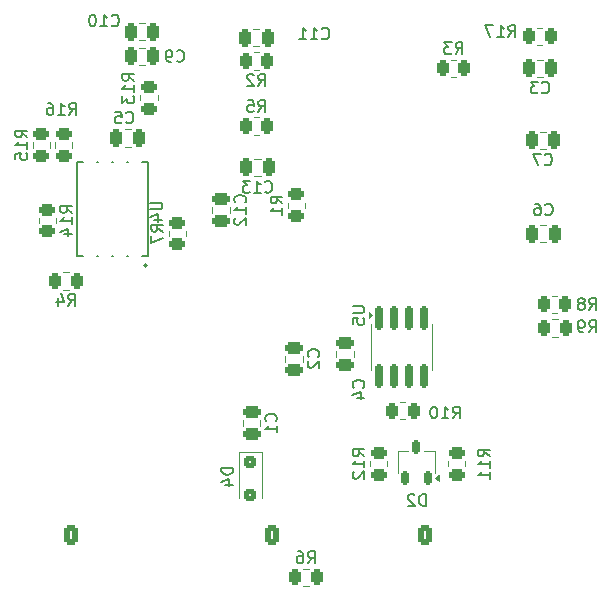
<source format=gbo>
G04 #@! TF.GenerationSoftware,KiCad,Pcbnew,9.0.5*
G04 #@! TF.CreationDate,2025-10-15T09:52:21+02:00*
G04 #@! TF.ProjectId,KleverLogger,4b6c6576-6572-44c6-9f67-6765722e6b69,rev?*
G04 #@! TF.SameCoordinates,Original*
G04 #@! TF.FileFunction,Legend,Bot*
G04 #@! TF.FilePolarity,Positive*
%FSLAX46Y46*%
G04 Gerber Fmt 4.6, Leading zero omitted, Abs format (unit mm)*
G04 Created by KiCad (PCBNEW 9.0.5) date 2025-10-15 09:52:21*
%MOMM*%
%LPD*%
G01*
G04 APERTURE LIST*
G04 Aperture macros list*
%AMRoundRect*
0 Rectangle with rounded corners*
0 $1 Rounding radius*
0 $2 $3 $4 $5 $6 $7 $8 $9 X,Y pos of 4 corners*
0 Add a 4 corners polygon primitive as box body*
4,1,4,$2,$3,$4,$5,$6,$7,$8,$9,$2,$3,0*
0 Add four circle primitives for the rounded corners*
1,1,$1+$1,$2,$3*
1,1,$1+$1,$4,$5*
1,1,$1+$1,$6,$7*
1,1,$1+$1,$8,$9*
0 Add four rect primitives between the rounded corners*
20,1,$1+$1,$2,$3,$4,$5,0*
20,1,$1+$1,$4,$5,$6,$7,0*
20,1,$1+$1,$6,$7,$8,$9,0*
20,1,$1+$1,$8,$9,$2,$3,0*%
G04 Aperture macros list end*
%ADD10C,0.150000*%
%ADD11C,0.120000*%
%ADD12C,0.160000*%
%ADD13C,3.200000*%
%ADD14RoundRect,0.250000X-0.350000X-0.625000X0.350000X-0.625000X0.350000X0.625000X-0.350000X0.625000X0*%
%ADD15O,1.200000X1.750000*%
%ADD16C,0.650000*%
%ADD17O,2.100000X1.000000*%
%ADD18O,1.600000X1.000000*%
%ADD19RoundRect,0.250000X0.262500X0.450000X-0.262500X0.450000X-0.262500X-0.450000X0.262500X-0.450000X0*%
%ADD20RoundRect,0.250000X-0.300000X0.300000X-0.300000X-0.300000X0.300000X-0.300000X0.300000X0.300000X0*%
%ADD21RoundRect,0.250000X-0.250000X-0.475000X0.250000X-0.475000X0.250000X0.475000X-0.250000X0.475000X0*%
%ADD22RoundRect,0.250000X0.475000X-0.250000X0.475000X0.250000X-0.475000X0.250000X-0.475000X-0.250000X0*%
%ADD23RoundRect,0.162500X0.162500X-0.447500X0.162500X0.447500X-0.162500X0.447500X-0.162500X-0.447500X0*%
%ADD24RoundRect,0.250000X0.250000X0.475000X-0.250000X0.475000X-0.250000X-0.475000X0.250000X-0.475000X0*%
%ADD25R,0.800000X1.700000*%
%ADD26RoundRect,0.250000X-0.450000X0.262500X-0.450000X-0.262500X0.450000X-0.262500X0.450000X0.262500X0*%
%ADD27RoundRect,0.250000X0.450000X-0.262500X0.450000X0.262500X-0.450000X0.262500X-0.450000X-0.262500X0*%
%ADD28RoundRect,0.250000X-0.262500X-0.450000X0.262500X-0.450000X0.262500X0.450000X-0.262500X0.450000X0*%
%ADD29RoundRect,0.150000X-0.150000X0.825000X-0.150000X-0.825000X0.150000X-0.825000X0.150000X0.825000X0*%
G04 APERTURE END LIST*
D10*
X85066666Y-136904819D02*
X85399999Y-136428628D01*
X85638094Y-136904819D02*
X85638094Y-135904819D01*
X85638094Y-135904819D02*
X85257142Y-135904819D01*
X85257142Y-135904819D02*
X85161904Y-135952438D01*
X85161904Y-135952438D02*
X85114285Y-136000057D01*
X85114285Y-136000057D02*
X85066666Y-136095295D01*
X85066666Y-136095295D02*
X85066666Y-136238152D01*
X85066666Y-136238152D02*
X85114285Y-136333390D01*
X85114285Y-136333390D02*
X85161904Y-136381009D01*
X85161904Y-136381009D02*
X85257142Y-136428628D01*
X85257142Y-136428628D02*
X85638094Y-136428628D01*
X84209523Y-135904819D02*
X84399999Y-135904819D01*
X84399999Y-135904819D02*
X84495237Y-135952438D01*
X84495237Y-135952438D02*
X84542856Y-136000057D01*
X84542856Y-136000057D02*
X84638094Y-136142914D01*
X84638094Y-136142914D02*
X84685713Y-136333390D01*
X84685713Y-136333390D02*
X84685713Y-136714342D01*
X84685713Y-136714342D02*
X84638094Y-136809580D01*
X84638094Y-136809580D02*
X84590475Y-136857200D01*
X84590475Y-136857200D02*
X84495237Y-136904819D01*
X84495237Y-136904819D02*
X84304761Y-136904819D01*
X84304761Y-136904819D02*
X84209523Y-136857200D01*
X84209523Y-136857200D02*
X84161904Y-136809580D01*
X84161904Y-136809580D02*
X84114285Y-136714342D01*
X84114285Y-136714342D02*
X84114285Y-136476247D01*
X84114285Y-136476247D02*
X84161904Y-136381009D01*
X84161904Y-136381009D02*
X84209523Y-136333390D01*
X84209523Y-136333390D02*
X84304761Y-136285771D01*
X84304761Y-136285771D02*
X84495237Y-136285771D01*
X84495237Y-136285771D02*
X84590475Y-136333390D01*
X84590475Y-136333390D02*
X84638094Y-136381009D01*
X84638094Y-136381009D02*
X84685713Y-136476247D01*
X78749819Y-128834905D02*
X77749819Y-128834905D01*
X77749819Y-128834905D02*
X77749819Y-129073000D01*
X77749819Y-129073000D02*
X77797438Y-129215857D01*
X77797438Y-129215857D02*
X77892676Y-129311095D01*
X77892676Y-129311095D02*
X77987914Y-129358714D01*
X77987914Y-129358714D02*
X78178390Y-129406333D01*
X78178390Y-129406333D02*
X78321247Y-129406333D01*
X78321247Y-129406333D02*
X78511723Y-129358714D01*
X78511723Y-129358714D02*
X78606961Y-129311095D01*
X78606961Y-129311095D02*
X78702200Y-129215857D01*
X78702200Y-129215857D02*
X78749819Y-129073000D01*
X78749819Y-129073000D02*
X78749819Y-128834905D01*
X78083152Y-130263476D02*
X78749819Y-130263476D01*
X77702200Y-130025381D02*
X78416485Y-129787286D01*
X78416485Y-129787286D02*
X78416485Y-130406333D01*
X105116666Y-103139580D02*
X105164285Y-103187200D01*
X105164285Y-103187200D02*
X105307142Y-103234819D01*
X105307142Y-103234819D02*
X105402380Y-103234819D01*
X105402380Y-103234819D02*
X105545237Y-103187200D01*
X105545237Y-103187200D02*
X105640475Y-103091961D01*
X105640475Y-103091961D02*
X105688094Y-102996723D01*
X105688094Y-102996723D02*
X105735713Y-102806247D01*
X105735713Y-102806247D02*
X105735713Y-102663390D01*
X105735713Y-102663390D02*
X105688094Y-102472914D01*
X105688094Y-102472914D02*
X105640475Y-102377676D01*
X105640475Y-102377676D02*
X105545237Y-102282438D01*
X105545237Y-102282438D02*
X105402380Y-102234819D01*
X105402380Y-102234819D02*
X105307142Y-102234819D01*
X105307142Y-102234819D02*
X105164285Y-102282438D01*
X105164285Y-102282438D02*
X105116666Y-102330057D01*
X104783332Y-102234819D02*
X104116666Y-102234819D01*
X104116666Y-102234819D02*
X104545237Y-103234819D01*
X85939580Y-119433333D02*
X85987200Y-119385714D01*
X85987200Y-119385714D02*
X86034819Y-119242857D01*
X86034819Y-119242857D02*
X86034819Y-119147619D01*
X86034819Y-119147619D02*
X85987200Y-119004762D01*
X85987200Y-119004762D02*
X85891961Y-118909524D01*
X85891961Y-118909524D02*
X85796723Y-118861905D01*
X85796723Y-118861905D02*
X85606247Y-118814286D01*
X85606247Y-118814286D02*
X85463390Y-118814286D01*
X85463390Y-118814286D02*
X85272914Y-118861905D01*
X85272914Y-118861905D02*
X85177676Y-118909524D01*
X85177676Y-118909524D02*
X85082438Y-119004762D01*
X85082438Y-119004762D02*
X85034819Y-119147619D01*
X85034819Y-119147619D02*
X85034819Y-119242857D01*
X85034819Y-119242857D02*
X85082438Y-119385714D01*
X85082438Y-119385714D02*
X85130057Y-119433333D01*
X85130057Y-119814286D02*
X85082438Y-119861905D01*
X85082438Y-119861905D02*
X85034819Y-119957143D01*
X85034819Y-119957143D02*
X85034819Y-120195238D01*
X85034819Y-120195238D02*
X85082438Y-120290476D01*
X85082438Y-120290476D02*
X85130057Y-120338095D01*
X85130057Y-120338095D02*
X85225295Y-120385714D01*
X85225295Y-120385714D02*
X85320533Y-120385714D01*
X85320533Y-120385714D02*
X85463390Y-120338095D01*
X85463390Y-120338095D02*
X86034819Y-119766667D01*
X86034819Y-119766667D02*
X86034819Y-120385714D01*
X95038094Y-132054819D02*
X95038094Y-131054819D01*
X95038094Y-131054819D02*
X94799999Y-131054819D01*
X94799999Y-131054819D02*
X94657142Y-131102438D01*
X94657142Y-131102438D02*
X94561904Y-131197676D01*
X94561904Y-131197676D02*
X94514285Y-131292914D01*
X94514285Y-131292914D02*
X94466666Y-131483390D01*
X94466666Y-131483390D02*
X94466666Y-131626247D01*
X94466666Y-131626247D02*
X94514285Y-131816723D01*
X94514285Y-131816723D02*
X94561904Y-131911961D01*
X94561904Y-131911961D02*
X94657142Y-132007200D01*
X94657142Y-132007200D02*
X94799999Y-132054819D01*
X94799999Y-132054819D02*
X95038094Y-132054819D01*
X94085713Y-131150057D02*
X94038094Y-131102438D01*
X94038094Y-131102438D02*
X93942856Y-131054819D01*
X93942856Y-131054819D02*
X93704761Y-131054819D01*
X93704761Y-131054819D02*
X93609523Y-131102438D01*
X93609523Y-131102438D02*
X93561904Y-131150057D01*
X93561904Y-131150057D02*
X93514285Y-131245295D01*
X93514285Y-131245295D02*
X93514285Y-131340533D01*
X93514285Y-131340533D02*
X93561904Y-131483390D01*
X93561904Y-131483390D02*
X94133332Y-132054819D01*
X94133332Y-132054819D02*
X93514285Y-132054819D01*
X73966666Y-94359580D02*
X74014285Y-94407200D01*
X74014285Y-94407200D02*
X74157142Y-94454819D01*
X74157142Y-94454819D02*
X74252380Y-94454819D01*
X74252380Y-94454819D02*
X74395237Y-94407200D01*
X74395237Y-94407200D02*
X74490475Y-94311961D01*
X74490475Y-94311961D02*
X74538094Y-94216723D01*
X74538094Y-94216723D02*
X74585713Y-94026247D01*
X74585713Y-94026247D02*
X74585713Y-93883390D01*
X74585713Y-93883390D02*
X74538094Y-93692914D01*
X74538094Y-93692914D02*
X74490475Y-93597676D01*
X74490475Y-93597676D02*
X74395237Y-93502438D01*
X74395237Y-93502438D02*
X74252380Y-93454819D01*
X74252380Y-93454819D02*
X74157142Y-93454819D01*
X74157142Y-93454819D02*
X74014285Y-93502438D01*
X74014285Y-93502438D02*
X73966666Y-93550057D01*
X73490475Y-94454819D02*
X73299999Y-94454819D01*
X73299999Y-94454819D02*
X73204761Y-94407200D01*
X73204761Y-94407200D02*
X73157142Y-94359580D01*
X73157142Y-94359580D02*
X73061904Y-94216723D01*
X73061904Y-94216723D02*
X73014285Y-94026247D01*
X73014285Y-94026247D02*
X73014285Y-93645295D01*
X73014285Y-93645295D02*
X73061904Y-93550057D01*
X73061904Y-93550057D02*
X73109523Y-93502438D01*
X73109523Y-93502438D02*
X73204761Y-93454819D01*
X73204761Y-93454819D02*
X73395237Y-93454819D01*
X73395237Y-93454819D02*
X73490475Y-93502438D01*
X73490475Y-93502438D02*
X73538094Y-93550057D01*
X73538094Y-93550057D02*
X73585713Y-93645295D01*
X73585713Y-93645295D02*
X73585713Y-93883390D01*
X73585713Y-93883390D02*
X73538094Y-93978628D01*
X73538094Y-93978628D02*
X73490475Y-94026247D01*
X73490475Y-94026247D02*
X73395237Y-94073866D01*
X73395237Y-94073866D02*
X73204761Y-94073866D01*
X73204761Y-94073866D02*
X73109523Y-94026247D01*
X73109523Y-94026247D02*
X73061904Y-93978628D01*
X73061904Y-93978628D02*
X73014285Y-93883390D01*
X69666666Y-99579580D02*
X69714285Y-99627200D01*
X69714285Y-99627200D02*
X69857142Y-99674819D01*
X69857142Y-99674819D02*
X69952380Y-99674819D01*
X69952380Y-99674819D02*
X70095237Y-99627200D01*
X70095237Y-99627200D02*
X70190475Y-99531961D01*
X70190475Y-99531961D02*
X70238094Y-99436723D01*
X70238094Y-99436723D02*
X70285713Y-99246247D01*
X70285713Y-99246247D02*
X70285713Y-99103390D01*
X70285713Y-99103390D02*
X70238094Y-98912914D01*
X70238094Y-98912914D02*
X70190475Y-98817676D01*
X70190475Y-98817676D02*
X70095237Y-98722438D01*
X70095237Y-98722438D02*
X69952380Y-98674819D01*
X69952380Y-98674819D02*
X69857142Y-98674819D01*
X69857142Y-98674819D02*
X69714285Y-98722438D01*
X69714285Y-98722438D02*
X69666666Y-98770057D01*
X68761904Y-98674819D02*
X69238094Y-98674819D01*
X69238094Y-98674819D02*
X69285713Y-99151009D01*
X69285713Y-99151009D02*
X69238094Y-99103390D01*
X69238094Y-99103390D02*
X69142856Y-99055771D01*
X69142856Y-99055771D02*
X68904761Y-99055771D01*
X68904761Y-99055771D02*
X68809523Y-99103390D01*
X68809523Y-99103390D02*
X68761904Y-99151009D01*
X68761904Y-99151009D02*
X68714285Y-99246247D01*
X68714285Y-99246247D02*
X68714285Y-99484342D01*
X68714285Y-99484342D02*
X68761904Y-99579580D01*
X68761904Y-99579580D02*
X68809523Y-99627200D01*
X68809523Y-99627200D02*
X68904761Y-99674819D01*
X68904761Y-99674819D02*
X69142856Y-99674819D01*
X69142856Y-99674819D02*
X69238094Y-99627200D01*
X69238094Y-99627200D02*
X69285713Y-99579580D01*
X104866666Y-97039580D02*
X104914285Y-97087200D01*
X104914285Y-97087200D02*
X105057142Y-97134819D01*
X105057142Y-97134819D02*
X105152380Y-97134819D01*
X105152380Y-97134819D02*
X105295237Y-97087200D01*
X105295237Y-97087200D02*
X105390475Y-96991961D01*
X105390475Y-96991961D02*
X105438094Y-96896723D01*
X105438094Y-96896723D02*
X105485713Y-96706247D01*
X105485713Y-96706247D02*
X105485713Y-96563390D01*
X105485713Y-96563390D02*
X105438094Y-96372914D01*
X105438094Y-96372914D02*
X105390475Y-96277676D01*
X105390475Y-96277676D02*
X105295237Y-96182438D01*
X105295237Y-96182438D02*
X105152380Y-96134819D01*
X105152380Y-96134819D02*
X105057142Y-96134819D01*
X105057142Y-96134819D02*
X104914285Y-96182438D01*
X104914285Y-96182438D02*
X104866666Y-96230057D01*
X104533332Y-96134819D02*
X103914285Y-96134819D01*
X103914285Y-96134819D02*
X104247618Y-96515771D01*
X104247618Y-96515771D02*
X104104761Y-96515771D01*
X104104761Y-96515771D02*
X104009523Y-96563390D01*
X104009523Y-96563390D02*
X103961904Y-96611009D01*
X103961904Y-96611009D02*
X103914285Y-96706247D01*
X103914285Y-96706247D02*
X103914285Y-96944342D01*
X103914285Y-96944342D02*
X103961904Y-97039580D01*
X103961904Y-97039580D02*
X104009523Y-97087200D01*
X104009523Y-97087200D02*
X104104761Y-97134819D01*
X104104761Y-97134819D02*
X104390475Y-97134819D01*
X104390475Y-97134819D02*
X104485713Y-97087200D01*
X104485713Y-97087200D02*
X104533332Y-97039580D01*
X79739580Y-106357142D02*
X79787200Y-106309523D01*
X79787200Y-106309523D02*
X79834819Y-106166666D01*
X79834819Y-106166666D02*
X79834819Y-106071428D01*
X79834819Y-106071428D02*
X79787200Y-105928571D01*
X79787200Y-105928571D02*
X79691961Y-105833333D01*
X79691961Y-105833333D02*
X79596723Y-105785714D01*
X79596723Y-105785714D02*
X79406247Y-105738095D01*
X79406247Y-105738095D02*
X79263390Y-105738095D01*
X79263390Y-105738095D02*
X79072914Y-105785714D01*
X79072914Y-105785714D02*
X78977676Y-105833333D01*
X78977676Y-105833333D02*
X78882438Y-105928571D01*
X78882438Y-105928571D02*
X78834819Y-106071428D01*
X78834819Y-106071428D02*
X78834819Y-106166666D01*
X78834819Y-106166666D02*
X78882438Y-106309523D01*
X78882438Y-106309523D02*
X78930057Y-106357142D01*
X79834819Y-107309523D02*
X79834819Y-106738095D01*
X79834819Y-107023809D02*
X78834819Y-107023809D01*
X78834819Y-107023809D02*
X78977676Y-106928571D01*
X78977676Y-106928571D02*
X79072914Y-106833333D01*
X79072914Y-106833333D02*
X79120533Y-106738095D01*
X78930057Y-107690476D02*
X78882438Y-107738095D01*
X78882438Y-107738095D02*
X78834819Y-107833333D01*
X78834819Y-107833333D02*
X78834819Y-108071428D01*
X78834819Y-108071428D02*
X78882438Y-108166666D01*
X78882438Y-108166666D02*
X78930057Y-108214285D01*
X78930057Y-108214285D02*
X79025295Y-108261904D01*
X79025295Y-108261904D02*
X79120533Y-108261904D01*
X79120533Y-108261904D02*
X79263390Y-108214285D01*
X79263390Y-108214285D02*
X79834819Y-107642857D01*
X79834819Y-107642857D02*
X79834819Y-108261904D01*
X71734819Y-106373845D02*
X72544342Y-106373845D01*
X72544342Y-106373845D02*
X72639580Y-106421464D01*
X72639580Y-106421464D02*
X72687200Y-106469083D01*
X72687200Y-106469083D02*
X72734819Y-106564321D01*
X72734819Y-106564321D02*
X72734819Y-106754797D01*
X72734819Y-106754797D02*
X72687200Y-106850035D01*
X72687200Y-106850035D02*
X72639580Y-106897654D01*
X72639580Y-106897654D02*
X72544342Y-106945273D01*
X72544342Y-106945273D02*
X71734819Y-106945273D01*
X72068152Y-107850035D02*
X72734819Y-107850035D01*
X71687200Y-107611940D02*
X72401485Y-107373845D01*
X72401485Y-107373845D02*
X72401485Y-107992892D01*
X70354819Y-96057142D02*
X69878628Y-95723809D01*
X70354819Y-95485714D02*
X69354819Y-95485714D01*
X69354819Y-95485714D02*
X69354819Y-95866666D01*
X69354819Y-95866666D02*
X69402438Y-95961904D01*
X69402438Y-95961904D02*
X69450057Y-96009523D01*
X69450057Y-96009523D02*
X69545295Y-96057142D01*
X69545295Y-96057142D02*
X69688152Y-96057142D01*
X69688152Y-96057142D02*
X69783390Y-96009523D01*
X69783390Y-96009523D02*
X69831009Y-95961904D01*
X69831009Y-95961904D02*
X69878628Y-95866666D01*
X69878628Y-95866666D02*
X69878628Y-95485714D01*
X70354819Y-97009523D02*
X70354819Y-96438095D01*
X70354819Y-96723809D02*
X69354819Y-96723809D01*
X69354819Y-96723809D02*
X69497676Y-96628571D01*
X69497676Y-96628571D02*
X69592914Y-96533333D01*
X69592914Y-96533333D02*
X69640533Y-96438095D01*
X69354819Y-97342857D02*
X69354819Y-97961904D01*
X69354819Y-97961904D02*
X69735771Y-97628571D01*
X69735771Y-97628571D02*
X69735771Y-97771428D01*
X69735771Y-97771428D02*
X69783390Y-97866666D01*
X69783390Y-97866666D02*
X69831009Y-97914285D01*
X69831009Y-97914285D02*
X69926247Y-97961904D01*
X69926247Y-97961904D02*
X70164342Y-97961904D01*
X70164342Y-97961904D02*
X70259580Y-97914285D01*
X70259580Y-97914285D02*
X70307200Y-97866666D01*
X70307200Y-97866666D02*
X70354819Y-97771428D01*
X70354819Y-97771428D02*
X70354819Y-97485714D01*
X70354819Y-97485714D02*
X70307200Y-97390476D01*
X70307200Y-97390476D02*
X70259580Y-97342857D01*
X82339580Y-124883333D02*
X82387200Y-124835714D01*
X82387200Y-124835714D02*
X82434819Y-124692857D01*
X82434819Y-124692857D02*
X82434819Y-124597619D01*
X82434819Y-124597619D02*
X82387200Y-124454762D01*
X82387200Y-124454762D02*
X82291961Y-124359524D01*
X82291961Y-124359524D02*
X82196723Y-124311905D01*
X82196723Y-124311905D02*
X82006247Y-124264286D01*
X82006247Y-124264286D02*
X81863390Y-124264286D01*
X81863390Y-124264286D02*
X81672914Y-124311905D01*
X81672914Y-124311905D02*
X81577676Y-124359524D01*
X81577676Y-124359524D02*
X81482438Y-124454762D01*
X81482438Y-124454762D02*
X81434819Y-124597619D01*
X81434819Y-124597619D02*
X81434819Y-124692857D01*
X81434819Y-124692857D02*
X81482438Y-124835714D01*
X81482438Y-124835714D02*
X81530057Y-124883333D01*
X82434819Y-125835714D02*
X82434819Y-125264286D01*
X82434819Y-125550000D02*
X81434819Y-125550000D01*
X81434819Y-125550000D02*
X81577676Y-125454762D01*
X81577676Y-125454762D02*
X81672914Y-125359524D01*
X81672914Y-125359524D02*
X81720533Y-125264286D01*
X65104819Y-107257142D02*
X64628628Y-106923809D01*
X65104819Y-106685714D02*
X64104819Y-106685714D01*
X64104819Y-106685714D02*
X64104819Y-107066666D01*
X64104819Y-107066666D02*
X64152438Y-107161904D01*
X64152438Y-107161904D02*
X64200057Y-107209523D01*
X64200057Y-107209523D02*
X64295295Y-107257142D01*
X64295295Y-107257142D02*
X64438152Y-107257142D01*
X64438152Y-107257142D02*
X64533390Y-107209523D01*
X64533390Y-107209523D02*
X64581009Y-107161904D01*
X64581009Y-107161904D02*
X64628628Y-107066666D01*
X64628628Y-107066666D02*
X64628628Y-106685714D01*
X65104819Y-108209523D02*
X65104819Y-107638095D01*
X65104819Y-107923809D02*
X64104819Y-107923809D01*
X64104819Y-107923809D02*
X64247676Y-107828571D01*
X64247676Y-107828571D02*
X64342914Y-107733333D01*
X64342914Y-107733333D02*
X64390533Y-107638095D01*
X64438152Y-109066666D02*
X65104819Y-109066666D01*
X64057200Y-108828571D02*
X64771485Y-108590476D01*
X64771485Y-108590476D02*
X64771485Y-109209523D01*
X89759580Y-122033333D02*
X89807200Y-121985714D01*
X89807200Y-121985714D02*
X89854819Y-121842857D01*
X89854819Y-121842857D02*
X89854819Y-121747619D01*
X89854819Y-121747619D02*
X89807200Y-121604762D01*
X89807200Y-121604762D02*
X89711961Y-121509524D01*
X89711961Y-121509524D02*
X89616723Y-121461905D01*
X89616723Y-121461905D02*
X89426247Y-121414286D01*
X89426247Y-121414286D02*
X89283390Y-121414286D01*
X89283390Y-121414286D02*
X89092914Y-121461905D01*
X89092914Y-121461905D02*
X88997676Y-121509524D01*
X88997676Y-121509524D02*
X88902438Y-121604762D01*
X88902438Y-121604762D02*
X88854819Y-121747619D01*
X88854819Y-121747619D02*
X88854819Y-121842857D01*
X88854819Y-121842857D02*
X88902438Y-121985714D01*
X88902438Y-121985714D02*
X88950057Y-122033333D01*
X89188152Y-122890476D02*
X89854819Y-122890476D01*
X88807200Y-122652381D02*
X89521485Y-122414286D01*
X89521485Y-122414286D02*
X89521485Y-123033333D01*
X97566666Y-93804819D02*
X97899999Y-93328628D01*
X98138094Y-93804819D02*
X98138094Y-92804819D01*
X98138094Y-92804819D02*
X97757142Y-92804819D01*
X97757142Y-92804819D02*
X97661904Y-92852438D01*
X97661904Y-92852438D02*
X97614285Y-92900057D01*
X97614285Y-92900057D02*
X97566666Y-92995295D01*
X97566666Y-92995295D02*
X97566666Y-93138152D01*
X97566666Y-93138152D02*
X97614285Y-93233390D01*
X97614285Y-93233390D02*
X97661904Y-93281009D01*
X97661904Y-93281009D02*
X97757142Y-93328628D01*
X97757142Y-93328628D02*
X98138094Y-93328628D01*
X97233332Y-92804819D02*
X96614285Y-92804819D01*
X96614285Y-92804819D02*
X96947618Y-93185771D01*
X96947618Y-93185771D02*
X96804761Y-93185771D01*
X96804761Y-93185771D02*
X96709523Y-93233390D01*
X96709523Y-93233390D02*
X96661904Y-93281009D01*
X96661904Y-93281009D02*
X96614285Y-93376247D01*
X96614285Y-93376247D02*
X96614285Y-93614342D01*
X96614285Y-93614342D02*
X96661904Y-93709580D01*
X96661904Y-93709580D02*
X96709523Y-93757200D01*
X96709523Y-93757200D02*
X96804761Y-93804819D01*
X96804761Y-93804819D02*
X97090475Y-93804819D01*
X97090475Y-93804819D02*
X97185713Y-93757200D01*
X97185713Y-93757200D02*
X97233332Y-93709580D01*
X64766666Y-115104819D02*
X65099999Y-114628628D01*
X65338094Y-115104819D02*
X65338094Y-114104819D01*
X65338094Y-114104819D02*
X64957142Y-114104819D01*
X64957142Y-114104819D02*
X64861904Y-114152438D01*
X64861904Y-114152438D02*
X64814285Y-114200057D01*
X64814285Y-114200057D02*
X64766666Y-114295295D01*
X64766666Y-114295295D02*
X64766666Y-114438152D01*
X64766666Y-114438152D02*
X64814285Y-114533390D01*
X64814285Y-114533390D02*
X64861904Y-114581009D01*
X64861904Y-114581009D02*
X64957142Y-114628628D01*
X64957142Y-114628628D02*
X65338094Y-114628628D01*
X63909523Y-114438152D02*
X63909523Y-115104819D01*
X64147618Y-114057200D02*
X64385713Y-114771485D01*
X64385713Y-114771485D02*
X63766666Y-114771485D01*
X81442857Y-105439580D02*
X81490476Y-105487200D01*
X81490476Y-105487200D02*
X81633333Y-105534819D01*
X81633333Y-105534819D02*
X81728571Y-105534819D01*
X81728571Y-105534819D02*
X81871428Y-105487200D01*
X81871428Y-105487200D02*
X81966666Y-105391961D01*
X81966666Y-105391961D02*
X82014285Y-105296723D01*
X82014285Y-105296723D02*
X82061904Y-105106247D01*
X82061904Y-105106247D02*
X82061904Y-104963390D01*
X82061904Y-104963390D02*
X82014285Y-104772914D01*
X82014285Y-104772914D02*
X81966666Y-104677676D01*
X81966666Y-104677676D02*
X81871428Y-104582438D01*
X81871428Y-104582438D02*
X81728571Y-104534819D01*
X81728571Y-104534819D02*
X81633333Y-104534819D01*
X81633333Y-104534819D02*
X81490476Y-104582438D01*
X81490476Y-104582438D02*
X81442857Y-104630057D01*
X80490476Y-105534819D02*
X81061904Y-105534819D01*
X80776190Y-105534819D02*
X80776190Y-104534819D01*
X80776190Y-104534819D02*
X80871428Y-104677676D01*
X80871428Y-104677676D02*
X80966666Y-104772914D01*
X80966666Y-104772914D02*
X81061904Y-104820533D01*
X80157142Y-104534819D02*
X79538095Y-104534819D01*
X79538095Y-104534819D02*
X79871428Y-104915771D01*
X79871428Y-104915771D02*
X79728571Y-104915771D01*
X79728571Y-104915771D02*
X79633333Y-104963390D01*
X79633333Y-104963390D02*
X79585714Y-105011009D01*
X79585714Y-105011009D02*
X79538095Y-105106247D01*
X79538095Y-105106247D02*
X79538095Y-105344342D01*
X79538095Y-105344342D02*
X79585714Y-105439580D01*
X79585714Y-105439580D02*
X79633333Y-105487200D01*
X79633333Y-105487200D02*
X79728571Y-105534819D01*
X79728571Y-105534819D02*
X80014285Y-105534819D01*
X80014285Y-105534819D02*
X80109523Y-105487200D01*
X80109523Y-105487200D02*
X80157142Y-105439580D01*
X108866666Y-115454819D02*
X109199999Y-114978628D01*
X109438094Y-115454819D02*
X109438094Y-114454819D01*
X109438094Y-114454819D02*
X109057142Y-114454819D01*
X109057142Y-114454819D02*
X108961904Y-114502438D01*
X108961904Y-114502438D02*
X108914285Y-114550057D01*
X108914285Y-114550057D02*
X108866666Y-114645295D01*
X108866666Y-114645295D02*
X108866666Y-114788152D01*
X108866666Y-114788152D02*
X108914285Y-114883390D01*
X108914285Y-114883390D02*
X108961904Y-114931009D01*
X108961904Y-114931009D02*
X109057142Y-114978628D01*
X109057142Y-114978628D02*
X109438094Y-114978628D01*
X108295237Y-114883390D02*
X108390475Y-114835771D01*
X108390475Y-114835771D02*
X108438094Y-114788152D01*
X108438094Y-114788152D02*
X108485713Y-114692914D01*
X108485713Y-114692914D02*
X108485713Y-114645295D01*
X108485713Y-114645295D02*
X108438094Y-114550057D01*
X108438094Y-114550057D02*
X108390475Y-114502438D01*
X108390475Y-114502438D02*
X108295237Y-114454819D01*
X108295237Y-114454819D02*
X108104761Y-114454819D01*
X108104761Y-114454819D02*
X108009523Y-114502438D01*
X108009523Y-114502438D02*
X107961904Y-114550057D01*
X107961904Y-114550057D02*
X107914285Y-114645295D01*
X107914285Y-114645295D02*
X107914285Y-114692914D01*
X107914285Y-114692914D02*
X107961904Y-114788152D01*
X107961904Y-114788152D02*
X108009523Y-114835771D01*
X108009523Y-114835771D02*
X108104761Y-114883390D01*
X108104761Y-114883390D02*
X108295237Y-114883390D01*
X108295237Y-114883390D02*
X108390475Y-114931009D01*
X108390475Y-114931009D02*
X108438094Y-114978628D01*
X108438094Y-114978628D02*
X108485713Y-115073866D01*
X108485713Y-115073866D02*
X108485713Y-115264342D01*
X108485713Y-115264342D02*
X108438094Y-115359580D01*
X108438094Y-115359580D02*
X108390475Y-115407200D01*
X108390475Y-115407200D02*
X108295237Y-115454819D01*
X108295237Y-115454819D02*
X108104761Y-115454819D01*
X108104761Y-115454819D02*
X108009523Y-115407200D01*
X108009523Y-115407200D02*
X107961904Y-115359580D01*
X107961904Y-115359580D02*
X107914285Y-115264342D01*
X107914285Y-115264342D02*
X107914285Y-115073866D01*
X107914285Y-115073866D02*
X107961904Y-114978628D01*
X107961904Y-114978628D02*
X108009523Y-114931009D01*
X108009523Y-114931009D02*
X108104761Y-114883390D01*
X97342857Y-124654819D02*
X97676190Y-124178628D01*
X97914285Y-124654819D02*
X97914285Y-123654819D01*
X97914285Y-123654819D02*
X97533333Y-123654819D01*
X97533333Y-123654819D02*
X97438095Y-123702438D01*
X97438095Y-123702438D02*
X97390476Y-123750057D01*
X97390476Y-123750057D02*
X97342857Y-123845295D01*
X97342857Y-123845295D02*
X97342857Y-123988152D01*
X97342857Y-123988152D02*
X97390476Y-124083390D01*
X97390476Y-124083390D02*
X97438095Y-124131009D01*
X97438095Y-124131009D02*
X97533333Y-124178628D01*
X97533333Y-124178628D02*
X97914285Y-124178628D01*
X96390476Y-124654819D02*
X96961904Y-124654819D01*
X96676190Y-124654819D02*
X96676190Y-123654819D01*
X96676190Y-123654819D02*
X96771428Y-123797676D01*
X96771428Y-123797676D02*
X96866666Y-123892914D01*
X96866666Y-123892914D02*
X96961904Y-123940533D01*
X95771428Y-123654819D02*
X95676190Y-123654819D01*
X95676190Y-123654819D02*
X95580952Y-123702438D01*
X95580952Y-123702438D02*
X95533333Y-123750057D01*
X95533333Y-123750057D02*
X95485714Y-123845295D01*
X95485714Y-123845295D02*
X95438095Y-124035771D01*
X95438095Y-124035771D02*
X95438095Y-124273866D01*
X95438095Y-124273866D02*
X95485714Y-124464342D01*
X95485714Y-124464342D02*
X95533333Y-124559580D01*
X95533333Y-124559580D02*
X95580952Y-124607200D01*
X95580952Y-124607200D02*
X95676190Y-124654819D01*
X95676190Y-124654819D02*
X95771428Y-124654819D01*
X95771428Y-124654819D02*
X95866666Y-124607200D01*
X95866666Y-124607200D02*
X95914285Y-124559580D01*
X95914285Y-124559580D02*
X95961904Y-124464342D01*
X95961904Y-124464342D02*
X96009523Y-124273866D01*
X96009523Y-124273866D02*
X96009523Y-124035771D01*
X96009523Y-124035771D02*
X95961904Y-123845295D01*
X95961904Y-123845295D02*
X95914285Y-123750057D01*
X95914285Y-123750057D02*
X95866666Y-123702438D01*
X95866666Y-123702438D02*
X95771428Y-123654819D01*
X80866666Y-98704819D02*
X81199999Y-98228628D01*
X81438094Y-98704819D02*
X81438094Y-97704819D01*
X81438094Y-97704819D02*
X81057142Y-97704819D01*
X81057142Y-97704819D02*
X80961904Y-97752438D01*
X80961904Y-97752438D02*
X80914285Y-97800057D01*
X80914285Y-97800057D02*
X80866666Y-97895295D01*
X80866666Y-97895295D02*
X80866666Y-98038152D01*
X80866666Y-98038152D02*
X80914285Y-98133390D01*
X80914285Y-98133390D02*
X80961904Y-98181009D01*
X80961904Y-98181009D02*
X81057142Y-98228628D01*
X81057142Y-98228628D02*
X81438094Y-98228628D01*
X79961904Y-97704819D02*
X80438094Y-97704819D01*
X80438094Y-97704819D02*
X80485713Y-98181009D01*
X80485713Y-98181009D02*
X80438094Y-98133390D01*
X80438094Y-98133390D02*
X80342856Y-98085771D01*
X80342856Y-98085771D02*
X80104761Y-98085771D01*
X80104761Y-98085771D02*
X80009523Y-98133390D01*
X80009523Y-98133390D02*
X79961904Y-98181009D01*
X79961904Y-98181009D02*
X79914285Y-98276247D01*
X79914285Y-98276247D02*
X79914285Y-98514342D01*
X79914285Y-98514342D02*
X79961904Y-98609580D01*
X79961904Y-98609580D02*
X80009523Y-98657200D01*
X80009523Y-98657200D02*
X80104761Y-98704819D01*
X80104761Y-98704819D02*
X80342856Y-98704819D01*
X80342856Y-98704819D02*
X80438094Y-98657200D01*
X80438094Y-98657200D02*
X80485713Y-98609580D01*
X89854819Y-127847142D02*
X89378628Y-127513809D01*
X89854819Y-127275714D02*
X88854819Y-127275714D01*
X88854819Y-127275714D02*
X88854819Y-127656666D01*
X88854819Y-127656666D02*
X88902438Y-127751904D01*
X88902438Y-127751904D02*
X88950057Y-127799523D01*
X88950057Y-127799523D02*
X89045295Y-127847142D01*
X89045295Y-127847142D02*
X89188152Y-127847142D01*
X89188152Y-127847142D02*
X89283390Y-127799523D01*
X89283390Y-127799523D02*
X89331009Y-127751904D01*
X89331009Y-127751904D02*
X89378628Y-127656666D01*
X89378628Y-127656666D02*
X89378628Y-127275714D01*
X89854819Y-128799523D02*
X89854819Y-128228095D01*
X89854819Y-128513809D02*
X88854819Y-128513809D01*
X88854819Y-128513809D02*
X88997676Y-128418571D01*
X88997676Y-128418571D02*
X89092914Y-128323333D01*
X89092914Y-128323333D02*
X89140533Y-128228095D01*
X88950057Y-129180476D02*
X88902438Y-129228095D01*
X88902438Y-129228095D02*
X88854819Y-129323333D01*
X88854819Y-129323333D02*
X88854819Y-129561428D01*
X88854819Y-129561428D02*
X88902438Y-129656666D01*
X88902438Y-129656666D02*
X88950057Y-129704285D01*
X88950057Y-129704285D02*
X89045295Y-129751904D01*
X89045295Y-129751904D02*
X89140533Y-129751904D01*
X89140533Y-129751904D02*
X89283390Y-129704285D01*
X89283390Y-129704285D02*
X89854819Y-129132857D01*
X89854819Y-129132857D02*
X89854819Y-129751904D01*
X64842857Y-98954819D02*
X65176190Y-98478628D01*
X65414285Y-98954819D02*
X65414285Y-97954819D01*
X65414285Y-97954819D02*
X65033333Y-97954819D01*
X65033333Y-97954819D02*
X64938095Y-98002438D01*
X64938095Y-98002438D02*
X64890476Y-98050057D01*
X64890476Y-98050057D02*
X64842857Y-98145295D01*
X64842857Y-98145295D02*
X64842857Y-98288152D01*
X64842857Y-98288152D02*
X64890476Y-98383390D01*
X64890476Y-98383390D02*
X64938095Y-98431009D01*
X64938095Y-98431009D02*
X65033333Y-98478628D01*
X65033333Y-98478628D02*
X65414285Y-98478628D01*
X63890476Y-98954819D02*
X64461904Y-98954819D01*
X64176190Y-98954819D02*
X64176190Y-97954819D01*
X64176190Y-97954819D02*
X64271428Y-98097676D01*
X64271428Y-98097676D02*
X64366666Y-98192914D01*
X64366666Y-98192914D02*
X64461904Y-98240533D01*
X63033333Y-97954819D02*
X63223809Y-97954819D01*
X63223809Y-97954819D02*
X63319047Y-98002438D01*
X63319047Y-98002438D02*
X63366666Y-98050057D01*
X63366666Y-98050057D02*
X63461904Y-98192914D01*
X63461904Y-98192914D02*
X63509523Y-98383390D01*
X63509523Y-98383390D02*
X63509523Y-98764342D01*
X63509523Y-98764342D02*
X63461904Y-98859580D01*
X63461904Y-98859580D02*
X63414285Y-98907200D01*
X63414285Y-98907200D02*
X63319047Y-98954819D01*
X63319047Y-98954819D02*
X63128571Y-98954819D01*
X63128571Y-98954819D02*
X63033333Y-98907200D01*
X63033333Y-98907200D02*
X62985714Y-98859580D01*
X62985714Y-98859580D02*
X62938095Y-98764342D01*
X62938095Y-98764342D02*
X62938095Y-98526247D01*
X62938095Y-98526247D02*
X62985714Y-98431009D01*
X62985714Y-98431009D02*
X63033333Y-98383390D01*
X63033333Y-98383390D02*
X63128571Y-98335771D01*
X63128571Y-98335771D02*
X63319047Y-98335771D01*
X63319047Y-98335771D02*
X63414285Y-98383390D01*
X63414285Y-98383390D02*
X63461904Y-98431009D01*
X63461904Y-98431009D02*
X63509523Y-98526247D01*
X61304819Y-100857142D02*
X60828628Y-100523809D01*
X61304819Y-100285714D02*
X60304819Y-100285714D01*
X60304819Y-100285714D02*
X60304819Y-100666666D01*
X60304819Y-100666666D02*
X60352438Y-100761904D01*
X60352438Y-100761904D02*
X60400057Y-100809523D01*
X60400057Y-100809523D02*
X60495295Y-100857142D01*
X60495295Y-100857142D02*
X60638152Y-100857142D01*
X60638152Y-100857142D02*
X60733390Y-100809523D01*
X60733390Y-100809523D02*
X60781009Y-100761904D01*
X60781009Y-100761904D02*
X60828628Y-100666666D01*
X60828628Y-100666666D02*
X60828628Y-100285714D01*
X61304819Y-101809523D02*
X61304819Y-101238095D01*
X61304819Y-101523809D02*
X60304819Y-101523809D01*
X60304819Y-101523809D02*
X60447676Y-101428571D01*
X60447676Y-101428571D02*
X60542914Y-101333333D01*
X60542914Y-101333333D02*
X60590533Y-101238095D01*
X60304819Y-102714285D02*
X60304819Y-102238095D01*
X60304819Y-102238095D02*
X60781009Y-102190476D01*
X60781009Y-102190476D02*
X60733390Y-102238095D01*
X60733390Y-102238095D02*
X60685771Y-102333333D01*
X60685771Y-102333333D02*
X60685771Y-102571428D01*
X60685771Y-102571428D02*
X60733390Y-102666666D01*
X60733390Y-102666666D02*
X60781009Y-102714285D01*
X60781009Y-102714285D02*
X60876247Y-102761904D01*
X60876247Y-102761904D02*
X61114342Y-102761904D01*
X61114342Y-102761904D02*
X61209580Y-102714285D01*
X61209580Y-102714285D02*
X61257200Y-102666666D01*
X61257200Y-102666666D02*
X61304819Y-102571428D01*
X61304819Y-102571428D02*
X61304819Y-102333333D01*
X61304819Y-102333333D02*
X61257200Y-102238095D01*
X61257200Y-102238095D02*
X61209580Y-102190476D01*
X100454819Y-127857142D02*
X99978628Y-127523809D01*
X100454819Y-127285714D02*
X99454819Y-127285714D01*
X99454819Y-127285714D02*
X99454819Y-127666666D01*
X99454819Y-127666666D02*
X99502438Y-127761904D01*
X99502438Y-127761904D02*
X99550057Y-127809523D01*
X99550057Y-127809523D02*
X99645295Y-127857142D01*
X99645295Y-127857142D02*
X99788152Y-127857142D01*
X99788152Y-127857142D02*
X99883390Y-127809523D01*
X99883390Y-127809523D02*
X99931009Y-127761904D01*
X99931009Y-127761904D02*
X99978628Y-127666666D01*
X99978628Y-127666666D02*
X99978628Y-127285714D01*
X100454819Y-128809523D02*
X100454819Y-128238095D01*
X100454819Y-128523809D02*
X99454819Y-128523809D01*
X99454819Y-128523809D02*
X99597676Y-128428571D01*
X99597676Y-128428571D02*
X99692914Y-128333333D01*
X99692914Y-128333333D02*
X99740533Y-128238095D01*
X100454819Y-129761904D02*
X100454819Y-129190476D01*
X100454819Y-129476190D02*
X99454819Y-129476190D01*
X99454819Y-129476190D02*
X99597676Y-129380952D01*
X99597676Y-129380952D02*
X99692914Y-129285714D01*
X99692914Y-129285714D02*
X99740533Y-129190476D01*
X88854819Y-115138095D02*
X89664342Y-115138095D01*
X89664342Y-115138095D02*
X89759580Y-115185714D01*
X89759580Y-115185714D02*
X89807200Y-115233333D01*
X89807200Y-115233333D02*
X89854819Y-115328571D01*
X89854819Y-115328571D02*
X89854819Y-115519047D01*
X89854819Y-115519047D02*
X89807200Y-115614285D01*
X89807200Y-115614285D02*
X89759580Y-115661904D01*
X89759580Y-115661904D02*
X89664342Y-115709523D01*
X89664342Y-115709523D02*
X88854819Y-115709523D01*
X88854819Y-116661904D02*
X88854819Y-116185714D01*
X88854819Y-116185714D02*
X89331009Y-116138095D01*
X89331009Y-116138095D02*
X89283390Y-116185714D01*
X89283390Y-116185714D02*
X89235771Y-116280952D01*
X89235771Y-116280952D02*
X89235771Y-116519047D01*
X89235771Y-116519047D02*
X89283390Y-116614285D01*
X89283390Y-116614285D02*
X89331009Y-116661904D01*
X89331009Y-116661904D02*
X89426247Y-116709523D01*
X89426247Y-116709523D02*
X89664342Y-116709523D01*
X89664342Y-116709523D02*
X89759580Y-116661904D01*
X89759580Y-116661904D02*
X89807200Y-116614285D01*
X89807200Y-116614285D02*
X89854819Y-116519047D01*
X89854819Y-116519047D02*
X89854819Y-116280952D01*
X89854819Y-116280952D02*
X89807200Y-116185714D01*
X89807200Y-116185714D02*
X89759580Y-116138095D01*
X68442857Y-91359580D02*
X68490476Y-91407200D01*
X68490476Y-91407200D02*
X68633333Y-91454819D01*
X68633333Y-91454819D02*
X68728571Y-91454819D01*
X68728571Y-91454819D02*
X68871428Y-91407200D01*
X68871428Y-91407200D02*
X68966666Y-91311961D01*
X68966666Y-91311961D02*
X69014285Y-91216723D01*
X69014285Y-91216723D02*
X69061904Y-91026247D01*
X69061904Y-91026247D02*
X69061904Y-90883390D01*
X69061904Y-90883390D02*
X69014285Y-90692914D01*
X69014285Y-90692914D02*
X68966666Y-90597676D01*
X68966666Y-90597676D02*
X68871428Y-90502438D01*
X68871428Y-90502438D02*
X68728571Y-90454819D01*
X68728571Y-90454819D02*
X68633333Y-90454819D01*
X68633333Y-90454819D02*
X68490476Y-90502438D01*
X68490476Y-90502438D02*
X68442857Y-90550057D01*
X67490476Y-91454819D02*
X68061904Y-91454819D01*
X67776190Y-91454819D02*
X67776190Y-90454819D01*
X67776190Y-90454819D02*
X67871428Y-90597676D01*
X67871428Y-90597676D02*
X67966666Y-90692914D01*
X67966666Y-90692914D02*
X68061904Y-90740533D01*
X66871428Y-90454819D02*
X66776190Y-90454819D01*
X66776190Y-90454819D02*
X66680952Y-90502438D01*
X66680952Y-90502438D02*
X66633333Y-90550057D01*
X66633333Y-90550057D02*
X66585714Y-90645295D01*
X66585714Y-90645295D02*
X66538095Y-90835771D01*
X66538095Y-90835771D02*
X66538095Y-91073866D01*
X66538095Y-91073866D02*
X66585714Y-91264342D01*
X66585714Y-91264342D02*
X66633333Y-91359580D01*
X66633333Y-91359580D02*
X66680952Y-91407200D01*
X66680952Y-91407200D02*
X66776190Y-91454819D01*
X66776190Y-91454819D02*
X66871428Y-91454819D01*
X66871428Y-91454819D02*
X66966666Y-91407200D01*
X66966666Y-91407200D02*
X67014285Y-91359580D01*
X67014285Y-91359580D02*
X67061904Y-91264342D01*
X67061904Y-91264342D02*
X67109523Y-91073866D01*
X67109523Y-91073866D02*
X67109523Y-90835771D01*
X67109523Y-90835771D02*
X67061904Y-90645295D01*
X67061904Y-90645295D02*
X67014285Y-90550057D01*
X67014285Y-90550057D02*
X66966666Y-90502438D01*
X66966666Y-90502438D02*
X66871428Y-90454819D01*
X82904819Y-106433333D02*
X82428628Y-106100000D01*
X82904819Y-105861905D02*
X81904819Y-105861905D01*
X81904819Y-105861905D02*
X81904819Y-106242857D01*
X81904819Y-106242857D02*
X81952438Y-106338095D01*
X81952438Y-106338095D02*
X82000057Y-106385714D01*
X82000057Y-106385714D02*
X82095295Y-106433333D01*
X82095295Y-106433333D02*
X82238152Y-106433333D01*
X82238152Y-106433333D02*
X82333390Y-106385714D01*
X82333390Y-106385714D02*
X82381009Y-106338095D01*
X82381009Y-106338095D02*
X82428628Y-106242857D01*
X82428628Y-106242857D02*
X82428628Y-105861905D01*
X82904819Y-107385714D02*
X82904819Y-106814286D01*
X82904819Y-107100000D02*
X81904819Y-107100000D01*
X81904819Y-107100000D02*
X82047676Y-107004762D01*
X82047676Y-107004762D02*
X82142914Y-106909524D01*
X82142914Y-106909524D02*
X82190533Y-106814286D01*
X72804819Y-108833333D02*
X72328628Y-108500000D01*
X72804819Y-108261905D02*
X71804819Y-108261905D01*
X71804819Y-108261905D02*
X71804819Y-108642857D01*
X71804819Y-108642857D02*
X71852438Y-108738095D01*
X71852438Y-108738095D02*
X71900057Y-108785714D01*
X71900057Y-108785714D02*
X71995295Y-108833333D01*
X71995295Y-108833333D02*
X72138152Y-108833333D01*
X72138152Y-108833333D02*
X72233390Y-108785714D01*
X72233390Y-108785714D02*
X72281009Y-108738095D01*
X72281009Y-108738095D02*
X72328628Y-108642857D01*
X72328628Y-108642857D02*
X72328628Y-108261905D01*
X71804819Y-109166667D02*
X71804819Y-109833333D01*
X71804819Y-109833333D02*
X72804819Y-109404762D01*
X105166666Y-107359580D02*
X105214285Y-107407200D01*
X105214285Y-107407200D02*
X105357142Y-107454819D01*
X105357142Y-107454819D02*
X105452380Y-107454819D01*
X105452380Y-107454819D02*
X105595237Y-107407200D01*
X105595237Y-107407200D02*
X105690475Y-107311961D01*
X105690475Y-107311961D02*
X105738094Y-107216723D01*
X105738094Y-107216723D02*
X105785713Y-107026247D01*
X105785713Y-107026247D02*
X105785713Y-106883390D01*
X105785713Y-106883390D02*
X105738094Y-106692914D01*
X105738094Y-106692914D02*
X105690475Y-106597676D01*
X105690475Y-106597676D02*
X105595237Y-106502438D01*
X105595237Y-106502438D02*
X105452380Y-106454819D01*
X105452380Y-106454819D02*
X105357142Y-106454819D01*
X105357142Y-106454819D02*
X105214285Y-106502438D01*
X105214285Y-106502438D02*
X105166666Y-106550057D01*
X104309523Y-106454819D02*
X104499999Y-106454819D01*
X104499999Y-106454819D02*
X104595237Y-106502438D01*
X104595237Y-106502438D02*
X104642856Y-106550057D01*
X104642856Y-106550057D02*
X104738094Y-106692914D01*
X104738094Y-106692914D02*
X104785713Y-106883390D01*
X104785713Y-106883390D02*
X104785713Y-107264342D01*
X104785713Y-107264342D02*
X104738094Y-107359580D01*
X104738094Y-107359580D02*
X104690475Y-107407200D01*
X104690475Y-107407200D02*
X104595237Y-107454819D01*
X104595237Y-107454819D02*
X104404761Y-107454819D01*
X104404761Y-107454819D02*
X104309523Y-107407200D01*
X104309523Y-107407200D02*
X104261904Y-107359580D01*
X104261904Y-107359580D02*
X104214285Y-107264342D01*
X104214285Y-107264342D02*
X104214285Y-107026247D01*
X104214285Y-107026247D02*
X104261904Y-106931009D01*
X104261904Y-106931009D02*
X104309523Y-106883390D01*
X104309523Y-106883390D02*
X104404761Y-106835771D01*
X104404761Y-106835771D02*
X104595237Y-106835771D01*
X104595237Y-106835771D02*
X104690475Y-106883390D01*
X104690475Y-106883390D02*
X104738094Y-106931009D01*
X104738094Y-106931009D02*
X104785713Y-107026247D01*
X102042857Y-92354819D02*
X102376190Y-91878628D01*
X102614285Y-92354819D02*
X102614285Y-91354819D01*
X102614285Y-91354819D02*
X102233333Y-91354819D01*
X102233333Y-91354819D02*
X102138095Y-91402438D01*
X102138095Y-91402438D02*
X102090476Y-91450057D01*
X102090476Y-91450057D02*
X102042857Y-91545295D01*
X102042857Y-91545295D02*
X102042857Y-91688152D01*
X102042857Y-91688152D02*
X102090476Y-91783390D01*
X102090476Y-91783390D02*
X102138095Y-91831009D01*
X102138095Y-91831009D02*
X102233333Y-91878628D01*
X102233333Y-91878628D02*
X102614285Y-91878628D01*
X101090476Y-92354819D02*
X101661904Y-92354819D01*
X101376190Y-92354819D02*
X101376190Y-91354819D01*
X101376190Y-91354819D02*
X101471428Y-91497676D01*
X101471428Y-91497676D02*
X101566666Y-91592914D01*
X101566666Y-91592914D02*
X101661904Y-91640533D01*
X100757142Y-91354819D02*
X100090476Y-91354819D01*
X100090476Y-91354819D02*
X100519047Y-92354819D01*
X80866666Y-96504819D02*
X81199999Y-96028628D01*
X81438094Y-96504819D02*
X81438094Y-95504819D01*
X81438094Y-95504819D02*
X81057142Y-95504819D01*
X81057142Y-95504819D02*
X80961904Y-95552438D01*
X80961904Y-95552438D02*
X80914285Y-95600057D01*
X80914285Y-95600057D02*
X80866666Y-95695295D01*
X80866666Y-95695295D02*
X80866666Y-95838152D01*
X80866666Y-95838152D02*
X80914285Y-95933390D01*
X80914285Y-95933390D02*
X80961904Y-95981009D01*
X80961904Y-95981009D02*
X81057142Y-96028628D01*
X81057142Y-96028628D02*
X81438094Y-96028628D01*
X80485713Y-95600057D02*
X80438094Y-95552438D01*
X80438094Y-95552438D02*
X80342856Y-95504819D01*
X80342856Y-95504819D02*
X80104761Y-95504819D01*
X80104761Y-95504819D02*
X80009523Y-95552438D01*
X80009523Y-95552438D02*
X79961904Y-95600057D01*
X79961904Y-95600057D02*
X79914285Y-95695295D01*
X79914285Y-95695295D02*
X79914285Y-95790533D01*
X79914285Y-95790533D02*
X79961904Y-95933390D01*
X79961904Y-95933390D02*
X80533332Y-96504819D01*
X80533332Y-96504819D02*
X79914285Y-96504819D01*
X108866666Y-117354819D02*
X109199999Y-116878628D01*
X109438094Y-117354819D02*
X109438094Y-116354819D01*
X109438094Y-116354819D02*
X109057142Y-116354819D01*
X109057142Y-116354819D02*
X108961904Y-116402438D01*
X108961904Y-116402438D02*
X108914285Y-116450057D01*
X108914285Y-116450057D02*
X108866666Y-116545295D01*
X108866666Y-116545295D02*
X108866666Y-116688152D01*
X108866666Y-116688152D02*
X108914285Y-116783390D01*
X108914285Y-116783390D02*
X108961904Y-116831009D01*
X108961904Y-116831009D02*
X109057142Y-116878628D01*
X109057142Y-116878628D02*
X109438094Y-116878628D01*
X108390475Y-117354819D02*
X108199999Y-117354819D01*
X108199999Y-117354819D02*
X108104761Y-117307200D01*
X108104761Y-117307200D02*
X108057142Y-117259580D01*
X108057142Y-117259580D02*
X107961904Y-117116723D01*
X107961904Y-117116723D02*
X107914285Y-116926247D01*
X107914285Y-116926247D02*
X107914285Y-116545295D01*
X107914285Y-116545295D02*
X107961904Y-116450057D01*
X107961904Y-116450057D02*
X108009523Y-116402438D01*
X108009523Y-116402438D02*
X108104761Y-116354819D01*
X108104761Y-116354819D02*
X108295237Y-116354819D01*
X108295237Y-116354819D02*
X108390475Y-116402438D01*
X108390475Y-116402438D02*
X108438094Y-116450057D01*
X108438094Y-116450057D02*
X108485713Y-116545295D01*
X108485713Y-116545295D02*
X108485713Y-116783390D01*
X108485713Y-116783390D02*
X108438094Y-116878628D01*
X108438094Y-116878628D02*
X108390475Y-116926247D01*
X108390475Y-116926247D02*
X108295237Y-116973866D01*
X108295237Y-116973866D02*
X108104761Y-116973866D01*
X108104761Y-116973866D02*
X108009523Y-116926247D01*
X108009523Y-116926247D02*
X107961904Y-116878628D01*
X107961904Y-116878628D02*
X107914285Y-116783390D01*
X86242857Y-92459580D02*
X86290476Y-92507200D01*
X86290476Y-92507200D02*
X86433333Y-92554819D01*
X86433333Y-92554819D02*
X86528571Y-92554819D01*
X86528571Y-92554819D02*
X86671428Y-92507200D01*
X86671428Y-92507200D02*
X86766666Y-92411961D01*
X86766666Y-92411961D02*
X86814285Y-92316723D01*
X86814285Y-92316723D02*
X86861904Y-92126247D01*
X86861904Y-92126247D02*
X86861904Y-91983390D01*
X86861904Y-91983390D02*
X86814285Y-91792914D01*
X86814285Y-91792914D02*
X86766666Y-91697676D01*
X86766666Y-91697676D02*
X86671428Y-91602438D01*
X86671428Y-91602438D02*
X86528571Y-91554819D01*
X86528571Y-91554819D02*
X86433333Y-91554819D01*
X86433333Y-91554819D02*
X86290476Y-91602438D01*
X86290476Y-91602438D02*
X86242857Y-91650057D01*
X85290476Y-92554819D02*
X85861904Y-92554819D01*
X85576190Y-92554819D02*
X85576190Y-91554819D01*
X85576190Y-91554819D02*
X85671428Y-91697676D01*
X85671428Y-91697676D02*
X85766666Y-91792914D01*
X85766666Y-91792914D02*
X85861904Y-91840533D01*
X84338095Y-92554819D02*
X84909523Y-92554819D01*
X84623809Y-92554819D02*
X84623809Y-91554819D01*
X84623809Y-91554819D02*
X84719047Y-91697676D01*
X84719047Y-91697676D02*
X84814285Y-91792914D01*
X84814285Y-91792914D02*
X84909523Y-91840533D01*
D11*
G04 #@! TO.C,R6*
X85127064Y-137365000D02*
X84672936Y-137365000D01*
X85127064Y-138835000D02*
X84672936Y-138835000D01*
G04 #@! TO.C,D4*
X79200000Y-127490000D02*
X79200000Y-131350000D01*
X79200000Y-127490000D02*
X81200000Y-127490000D01*
X81200000Y-127490000D02*
X81200000Y-131350000D01*
G04 #@! TO.C,C7*
X104688748Y-100365000D02*
X105211252Y-100365000D01*
X104688748Y-101835000D02*
X105211252Y-101835000D01*
G04 #@! TO.C,C2*
X83165000Y-119861252D02*
X83165000Y-119338748D01*
X84635000Y-119861252D02*
X84635000Y-119338748D01*
G04 #@! TO.C,D2*
X92670000Y-127445000D02*
X92670000Y-129295000D01*
X93560000Y-127445000D02*
X92670000Y-127445000D01*
X95790000Y-127430000D02*
X94900000Y-127430000D01*
X95790000Y-127430000D02*
X95790000Y-129280000D01*
X96130000Y-129910000D02*
X95800000Y-129670000D01*
X96130000Y-129430000D01*
X96130000Y-129910000D01*
G36*
X96130000Y-129910000D02*
G01*
X95800000Y-129670000D01*
X96130000Y-129430000D01*
X96130000Y-129910000D01*
G37*
G04 #@! TO.C,C9*
X71261252Y-93265000D02*
X70738748Y-93265000D01*
X71261252Y-94735000D02*
X70738748Y-94735000D01*
G04 #@! TO.C,C5*
X70061252Y-100165000D02*
X69538748Y-100165000D01*
X70061252Y-101635000D02*
X69538748Y-101635000D01*
G04 #@! TO.C,C3*
X104438748Y-94265000D02*
X104961252Y-94265000D01*
X104438748Y-95735000D02*
X104961252Y-95735000D01*
G04 #@! TO.C,C12*
X76965000Y-107261252D02*
X76965000Y-106738748D01*
X78435000Y-107261252D02*
X78435000Y-106738748D01*
D12*
G04 #@! TO.C,U4*
X65500000Y-110900000D02*
X65500000Y-102900000D01*
X66011000Y-102900000D02*
X65500000Y-102900000D01*
X66011000Y-110900000D02*
X65500000Y-110900000D01*
X67281000Y-102900000D02*
X67179500Y-102900000D01*
X67281000Y-110900000D02*
X67179500Y-110900000D01*
X68551000Y-102900000D02*
X68449500Y-102900000D01*
X68551000Y-110900000D02*
X68449500Y-110900000D01*
X69821000Y-102900000D02*
X69719500Y-102900000D01*
X69821000Y-110900000D02*
X69719500Y-110900000D01*
X71500000Y-102900000D02*
X70989500Y-102900000D01*
X71500000Y-110900000D02*
X70989500Y-110900000D01*
X71500000Y-110900000D02*
X71500000Y-102900000D01*
X71441500Y-111700000D02*
G75*
G02*
X71158500Y-111700000I-141500J0D01*
G01*
X71158500Y-111700000D02*
G75*
G02*
X71441500Y-111700000I141500J0D01*
G01*
D11*
G04 #@! TO.C,R13*
X70865000Y-97272936D02*
X70865000Y-97727064D01*
X72335000Y-97272936D02*
X72335000Y-97727064D01*
G04 #@! TO.C,C1*
X79565000Y-125311252D02*
X79565000Y-124788748D01*
X81035000Y-125311252D02*
X81035000Y-124788748D01*
G04 #@! TO.C,R14*
X62265000Y-108127064D02*
X62265000Y-107672936D01*
X63735000Y-108127064D02*
X63735000Y-107672936D01*
G04 #@! TO.C,C4*
X87465000Y-119461252D02*
X87465000Y-118938748D01*
X88935000Y-119461252D02*
X88935000Y-118938748D01*
G04 #@! TO.C,R3*
X97627064Y-94265000D02*
X97172936Y-94265000D01*
X97627064Y-95735000D02*
X97172936Y-95735000D01*
G04 #@! TO.C,R4*
X64372936Y-112265000D02*
X64827064Y-112265000D01*
X64372936Y-113735000D02*
X64827064Y-113735000D01*
G04 #@! TO.C,C13*
X80538748Y-102665000D02*
X81061252Y-102665000D01*
X80538748Y-104135000D02*
X81061252Y-104135000D01*
G04 #@! TO.C,R8*
X105722936Y-114265000D02*
X106177064Y-114265000D01*
X105722936Y-115735000D02*
X106177064Y-115735000D01*
G04 #@! TO.C,R10*
X93327064Y-123265000D02*
X92872936Y-123265000D01*
X93327064Y-124735000D02*
X92872936Y-124735000D01*
G04 #@! TO.C,R5*
X80927064Y-99165000D02*
X80472936Y-99165000D01*
X80927064Y-100635000D02*
X80472936Y-100635000D01*
G04 #@! TO.C,R12*
X90315000Y-128262936D02*
X90315000Y-128717064D01*
X91785000Y-128262936D02*
X91785000Y-128717064D01*
G04 #@! TO.C,R16*
X63665000Y-101272936D02*
X63665000Y-101727064D01*
X65135000Y-101272936D02*
X65135000Y-101727064D01*
G04 #@! TO.C,R15*
X61765000Y-101272936D02*
X61765000Y-101727064D01*
X63235000Y-101272936D02*
X63235000Y-101727064D01*
G04 #@! TO.C,R11*
X96915000Y-128262936D02*
X96915000Y-128717064D01*
X98385000Y-128262936D02*
X98385000Y-128717064D01*
G04 #@! TO.C,U5*
X90440000Y-118600000D02*
X90440000Y-116650000D01*
X90440000Y-118600000D02*
X90440000Y-120550000D01*
X95560000Y-118600000D02*
X95560000Y-116650000D01*
X95560000Y-118600000D02*
X95560000Y-120550000D01*
X90535000Y-115900000D02*
X90205000Y-116140000D01*
X90205000Y-115660000D01*
X90535000Y-115900000D01*
G36*
X90535000Y-115900000D02*
G01*
X90205000Y-116140000D01*
X90205000Y-115660000D01*
X90535000Y-115900000D01*
G37*
G04 #@! TO.C,C10*
X71261252Y-91165000D02*
X70738748Y-91165000D01*
X71261252Y-92635000D02*
X70738748Y-92635000D01*
G04 #@! TO.C,R1*
X83365000Y-106372936D02*
X83365000Y-106827064D01*
X84835000Y-106372936D02*
X84835000Y-106827064D01*
G04 #@! TO.C,R7*
X73265000Y-108772936D02*
X73265000Y-109227064D01*
X74735000Y-108772936D02*
X74735000Y-109227064D01*
G04 #@! TO.C,C6*
X104738748Y-108265000D02*
X105261252Y-108265000D01*
X104738748Y-109735000D02*
X105261252Y-109735000D01*
G04 #@! TO.C,R17*
X104472936Y-91565000D02*
X104927064Y-91565000D01*
X104472936Y-93035000D02*
X104927064Y-93035000D01*
G04 #@! TO.C,R2*
X80472936Y-93665000D02*
X80927064Y-93665000D01*
X80472936Y-95135000D02*
X80927064Y-95135000D01*
G04 #@! TO.C,R9*
X105772936Y-116265000D02*
X106227064Y-116265000D01*
X105772936Y-117735000D02*
X106227064Y-117735000D01*
G04 #@! TO.C,C11*
X80438748Y-91665000D02*
X80961252Y-91665000D01*
X80438748Y-93135000D02*
X80961252Y-93135000D01*
G04 #@! TD*
%LPC*%
D13*
G04 #@! TO.C,H2*
X106000000Y-136000000D03*
G04 #@! TD*
D14*
G04 #@! TO.C,J7*
X95000000Y-134550000D03*
D15*
X97000000Y-134550000D03*
X99000000Y-134550000D03*
G04 #@! TD*
D14*
G04 #@! TO.C,J1*
X82000000Y-134550000D03*
D15*
X84000000Y-134550000D03*
X86000000Y-134550000D03*
X88000000Y-134550000D03*
G04 #@! TD*
D13*
G04 #@! TO.C,H1*
X64000000Y-94000000D03*
G04 #@! TD*
D14*
G04 #@! TO.C,J2*
X65000000Y-134550000D03*
D15*
X67000000Y-134550000D03*
G04 #@! TD*
D16*
G04 #@! TO.C,J5*
X103350000Y-119210000D03*
X103350000Y-113430000D03*
D17*
X102820000Y-120640000D03*
D18*
X107000000Y-120640000D03*
D17*
X102820000Y-112000000D03*
D18*
X107000000Y-112000000D03*
G04 #@! TD*
D19*
G04 #@! TO.C,R6*
X85812500Y-138100000D03*
X83987500Y-138100000D03*
G04 #@! TD*
D20*
G04 #@! TO.C,D4*
X80200000Y-128300000D03*
X80200000Y-131100000D03*
G04 #@! TD*
D21*
G04 #@! TO.C,C7*
X104000000Y-101100000D03*
X105900000Y-101100000D03*
G04 #@! TD*
D22*
G04 #@! TO.C,C2*
X83900000Y-120550000D03*
X83900000Y-118650000D03*
G04 #@! TD*
D23*
G04 #@! TO.C,D2*
X95200000Y-129700000D03*
X93300000Y-129700000D03*
X94250000Y-127080000D03*
G04 #@! TD*
D24*
G04 #@! TO.C,C9*
X71950000Y-94000000D03*
X70050000Y-94000000D03*
G04 #@! TD*
G04 #@! TO.C,C5*
X70750000Y-100900000D03*
X68850000Y-100900000D03*
G04 #@! TD*
D21*
G04 #@! TO.C,C3*
X103750000Y-95000000D03*
X105650000Y-95000000D03*
G04 #@! TD*
D22*
G04 #@! TO.C,C12*
X77700000Y-107950000D03*
X77700000Y-106050000D03*
G04 #@! TD*
D25*
G04 #@! TO.C,U4*
X70405000Y-110600000D03*
X69135000Y-110600000D03*
X67865000Y-110600000D03*
X66595000Y-110600000D03*
X66595000Y-103200000D03*
X67865000Y-103200000D03*
X69135000Y-103200000D03*
X70405000Y-103200000D03*
G04 #@! TD*
D26*
G04 #@! TO.C,R13*
X71600000Y-96587500D03*
X71600000Y-98412500D03*
G04 #@! TD*
D22*
G04 #@! TO.C,C1*
X80300000Y-126000000D03*
X80300000Y-124100000D03*
G04 #@! TD*
D27*
G04 #@! TO.C,R14*
X63000000Y-108812500D03*
X63000000Y-106987500D03*
G04 #@! TD*
D22*
G04 #@! TO.C,C4*
X88200000Y-120150000D03*
X88200000Y-118250000D03*
G04 #@! TD*
D19*
G04 #@! TO.C,R3*
X98312500Y-95000000D03*
X96487500Y-95000000D03*
G04 #@! TD*
D28*
G04 #@! TO.C,R4*
X63687500Y-113000000D03*
X65512500Y-113000000D03*
G04 #@! TD*
D21*
G04 #@! TO.C,C13*
X79850000Y-103400000D03*
X81750000Y-103400000D03*
G04 #@! TD*
D28*
G04 #@! TO.C,R8*
X105037500Y-115000000D03*
X106862500Y-115000000D03*
G04 #@! TD*
D19*
G04 #@! TO.C,R10*
X94012500Y-124000000D03*
X92187500Y-124000000D03*
G04 #@! TD*
G04 #@! TO.C,R5*
X81612500Y-99900000D03*
X79787500Y-99900000D03*
G04 #@! TD*
D26*
G04 #@! TO.C,R12*
X91050000Y-127577500D03*
X91050000Y-129402500D03*
G04 #@! TD*
G04 #@! TO.C,R16*
X64400000Y-100587500D03*
X64400000Y-102412500D03*
G04 #@! TD*
G04 #@! TO.C,R15*
X62500000Y-100587500D03*
X62500000Y-102412500D03*
G04 #@! TD*
G04 #@! TO.C,R11*
X97650000Y-127577500D03*
X97650000Y-129402500D03*
G04 #@! TD*
D29*
G04 #@! TO.C,U5*
X91095000Y-116125000D03*
X92365000Y-116125000D03*
X93635000Y-116125000D03*
X94905000Y-116125000D03*
X94905000Y-121075000D03*
X93635000Y-121075000D03*
X92365000Y-121075000D03*
X91095000Y-121075000D03*
G04 #@! TD*
D24*
G04 #@! TO.C,C10*
X71950000Y-91900000D03*
X70050000Y-91900000D03*
G04 #@! TD*
D26*
G04 #@! TO.C,R1*
X84100000Y-105687500D03*
X84100000Y-107512500D03*
G04 #@! TD*
G04 #@! TO.C,R7*
X74000000Y-108087500D03*
X74000000Y-109912500D03*
G04 #@! TD*
D21*
G04 #@! TO.C,C6*
X104050000Y-109000000D03*
X105950000Y-109000000D03*
G04 #@! TD*
D28*
G04 #@! TO.C,R17*
X103787500Y-92300000D03*
X105612500Y-92300000D03*
G04 #@! TD*
G04 #@! TO.C,R2*
X79787500Y-94400000D03*
X81612500Y-94400000D03*
G04 #@! TD*
G04 #@! TO.C,R9*
X105087500Y-117000000D03*
X106912500Y-117000000D03*
G04 #@! TD*
D21*
G04 #@! TO.C,C11*
X79750000Y-92400000D03*
X81650000Y-92400000D03*
G04 #@! TD*
%LPD*%
M02*

</source>
